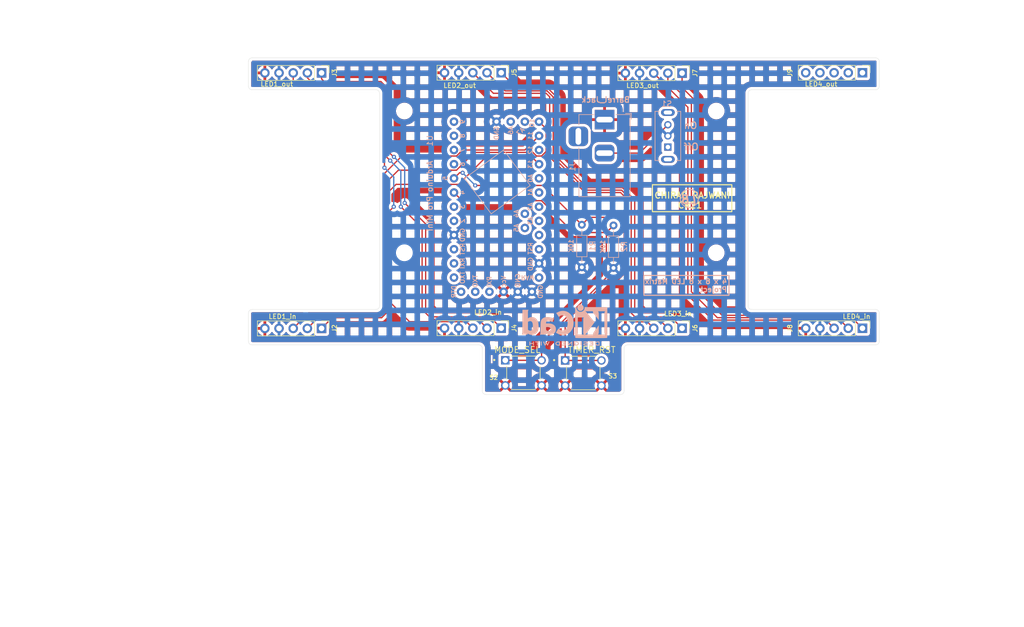
<source format=kicad_pcb>
(kicad_pcb (version 20240108) (generator "pcbnew") (generator_version "8.0")
  (layers (0 "F.Cu" signal) (31 "B.Cu" signal) (34 "B.Paste" user) (35 "F.Paste" user) (36 "B.SilkS" user "B.Silkscreen") (37 "F.SilkS" user "F.Silkscreen") (38 "B.Mask" user) (39 "F.Mask" user) (44 "Edge.Cuts" user))
  (net 0 "")
  (net 1 "Net-(J1-Pad2)")
  (net 2 "/Vcc")
  (net 3 "/CLK0")
  (net 4 "/CS0")
  (net 5 "/DIN0")
  (net 6 "GND")
  (net 7 "/DIN1")
  (net 8 "/CLK1")
  (net 9 "/CS1")
  (net 10 "/CLK2")
  (net 11 "/DIN2")
  (net 12 "/CS2")
  (net 13 "/CLK3")
  (net 14 "/CS3")
  (net 15 "/DIN3")
  (net 21 "/TIMER_RST")
  (net 22 "/MODE_SEL")
  (footprint "MountingHole:MountingHole_2.5mm" (layer "F.Cu") (at 116.84 81.28)
    (property "Reference" "H1" (hide yes))
    (property "Value" "MountingHole" (hide yes))
    (pad "" np_thru_hole circle (at 0 0) (size 2.5 2.5) (drill 2.5) (layers "*.Cu" "*.Mask"))
  )
  (footprint "Connector_PinHeader_2.54mm:PinHeader_1x05_P2.54mm_Vertical" (layer "F.Cu") (at 198.92 120.21 -90)
    (property "Reference" "J8" (at 0 12.992 90) (layer "F.SilkS") (effects (font (size 0.8 0.8))))
    (property "Value" "LED4_in" (at -2.1 1.054 180) (layer "F.SilkS") (effects (font (size 0.85 0.85))))
    (pad "1" thru_hole rect (at 0 0 270) (size 1.7 1.7) (drill 1) (layers "*.Cu" "*.Mask") (net 13 "/CLK3"))
    (pad "2" thru_hole oval (at 0 2.54 270) (size 1.7 1.7) (drill 1) (layers "*.Cu" "*.Mask") (net 14 "/CS3"))
    (pad "3" thru_hole oval (at 0 5.08 270) (size 1.7 1.7) (drill 1) (layers "*.Cu" "*.Mask") (net 15 "/DIN3"))
    (pad "4" thru_hole oval (at 0 7.62 270) (size 1.7 1.7) (drill 1) (layers "*.Cu" "*.Mask") (net 6 "GND"))
    (pad "5" thru_hole oval (at 0 10.16 270) (size 1.7 1.7) (drill 1) (layers "*.Cu" "*.Mask") (net 2 "/Vcc"))
  )
  (footprint "Connector_PinHeader_2.54mm:PinHeader_1x05_P2.54mm_Vertical" (layer "F.Cu") (at 166.6 120.21 -90)
    (property "Reference" "J6" (at 0 -2.33 90) (layer "F.SilkS") (effects (font (size 0.8 0.8))))
    (property "Value" "LED3_in" (at -2.608 0.738 180) (layer "F.SilkS") (effects (font (size 0.85 0.85))))
    (pad "1" thru_hole rect (at 0 0 270) (size 1.7 1.7) (drill 1) (layers "*.Cu" "*.Mask") (net 10 "/CLK2"))
    (pad "2" thru_hole oval (at 0 2.54 270) (size 1.7 1.7) (drill 1) (layers "*.Cu" "*.Mask") (net 12 "/CS2"))
    (pad "3" thru_hole oval (at 0 5.08 270) (size 1.7 1.7) (drill 1) (layers "*.Cu" "*.Mask") (net 11 "/DIN2"))
    (pad "4" thru_hole oval (at 0 7.62 270) (size 1.7 1.7) (drill 1) (layers "*.Cu" "*.Mask") (net 6 "GND"))
    (pad "5" thru_hole oval (at 0 10.16 270) (size 1.7 1.7) (drill 1) (layers "*.Cu" "*.Mask") (net 2 "/Vcc"))
  )
  (footprint "MountingHole:MountingHole_2.5mm" (layer "F.Cu") (at 172.72 81.28)
    (property "Reference" "H3" (hide yes))
    (property "Value" "MountingHole" (hide yes))
    (pad "" np_thru_hole circle (at 0 0) (size 2.5 2.5) (drill 2.5) (layers "*.Cu" "*.Mask"))
  )
  (footprint "Connector_PinHeader_2.54mm:PinHeader_1x05_P2.54mm_Vertical" (layer "F.Cu") (at 198.92 74.42 -90)
    (property "Reference" "J9" (at 0.002 12.992 90) (layer "F.SilkS") (effects (font (size 0.8 0.8))))
    (property "Value" "LED4_out" (at 2.034 7.404 180) (layer "F.SilkS") (effects (font (size 0.85 0.85))))
    (pad "1" thru_hole rect (at 0 0 270) (size 1.7 1.7) (drill 1) (layers "*.Cu" "*.Mask"))
    (pad "2" thru_hole oval (at 0 2.54 270) (size 1.7 1.7) (drill 1) (layers "*.Cu" "*.Mask"))
    (pad "3" thru_hole oval (at 0 5.08 270) (size 1.7 1.7) (drill 1) (layers "*.Cu" "*.Mask"))
    (pad "4" thru_hole oval (at 0 7.62 270) (size 1.7 1.7) (drill 1) (layers "*.Cu" "*.Mask"))
    (pad "5" thru_hole oval (at 0 10.16 270) (size 1.7 1.7) (drill 1) (layers "*.Cu" "*.Mask"))
  )
  (footprint "Connector_PinHeader_2.54mm:PinHeader_1x05_P2.54mm_Vertical" (layer "F.Cu") (at 166.6 74.49 -90)
    (property "Reference" "J7" (at 0 -2.33 90) (layer "F.SilkS") (effects (font (size 0.8 0.8))))
    (property "Value" "LED3_out" (at 2.218 7.088 180) (layer "F.SilkS") (effects (font (size 0.85 0.85))))
    (pad "1" thru_hole rect (at 0 0 270) (size 1.7 1.7) (drill 1) (layers "*.Cu" "*.Mask") (net 13 "/CLK3"))
    (pad "2" thru_hole oval (at 0 2.54 270) (size 1.7 1.7) (drill 1) (layers "*.Cu" "*.Mask") (net 14 "/CS3"))
    (pad "3" thru_hole oval (at 0 5.08 270) (size 1.7 1.7) (drill 1) (layers "*.Cu" "*.Mask") (net 15 "/DIN3"))
    (pad "4" thru_hole oval (at 0 7.62 270) (size 1.7 1.7) (drill 1) (layers "*.Cu" "*.Mask") (net 6 "GND"))
    (pad "5" thru_hole oval (at 0 10.16 270) (size 1.7 1.7) (drill 1) (layers "*.Cu" "*.Mask") (net 2 "/Vcc"))
  )
  (footprint "MountingHole:MountingHole_2.5mm" (layer "F.Cu") (at 116.84 106.68)
    (property "Reference" "H4" (hide yes))
    (property "Value" "MountingHole" (hide yes))
    (pad "" np_thru_hole circle (at 0 0) (size 2.5 2.5) (drill 2.5) (layers "*.Cu" "*.Mask"))
  )
  (footprint "1825967-1:SW_1825967-1" (layer "F.Cu") (at 138.175 128.2)
    (property "Reference" "S2" (at -5.333 0.832 0) (layer "F.SilkS") (effects (font (size 0.8 0.8))))
    (property "Value" "1825967-1" (hide yes))
    (pad "1" thru_hole rect (at -3.25 -2.25) (size 1.508 1.508) (drill 1) (layers "*.Cu" "*.Mask") (net 22 "/MODE_SEL"))
    (pad "2" thru_hole circle (at 3.25 -2.25) (size 1.508 1.508) (drill 1) (layers "*.Cu" "*.Mask") (net 22 "/MODE_SEL"))
    (pad "3" thru_hole circle (at -3.25 2.25) (size 1.508 1.508) (drill 1) (layers "*.Cu" "*.Mask") (net 2 "/Vcc"))
    (pad "4" thru_hole circle (at 3.25 2.25) (size 1.508 1.508) (drill 1) (layers "*.Cu" "*.Mask") (net 2 "/Vcc"))
  )
  (footprint "Connector_PinHeader_2.54mm:PinHeader_1x05_P2.54mm_Vertical" (layer "F.Cu") (at 134.19 120.19 -90)
    (property "Reference" "J4" (at 0 -2.33 90) (layer "F.SilkS") (effects (font (size 0.8 0.8))))
    (property "Value" "LED2_in" (at -2.842 2.364 180) (layer "F.SilkS") (effects (font (size 0.85 0.85))))
    (pad "1" thru_hole rect (at 0 0 270) (size 1.7 1.7) (drill 1) (layers "*.Cu" "*.Mask") (net 8 "/CLK1"))
    (pad "2" thru_hole oval (at 0 2.54 270) (size 1.7 1.7) (drill 1) (layers "*.Cu" "*.Mask") (net 9 "/CS1"))
    (pad "3" thru_hole oval (at 0 5.08 270) (size 1.7 1.7) (drill 1) (layers "*.Cu" "*.Mask") (net 7 "/DIN1"))
    (pad "4" thru_hole oval (at 0 7.62 270) (size 1.7 1.7) (drill 1) (layers "*.Cu" "*.Mask") (net 6 "GND"))
    (pad "5" thru_hole oval (at 0 10.16 270) (size 1.7 1.7) (drill 1) (layers "*.Cu" "*.Mask") (net 2 "/Vcc"))
  )
  (footprint "Connector_PinHeader_2.54mm:PinHeader_1x05_P2.54mm_Vertical" (layer "F.Cu") (at 102 120.23 -90)
    (property "Reference" "J2" (at 0 -2.33 90) (layer "F.SilkS") (effects (font (size 0.8 0.8))))
    (property "Value" "LED1_in" (at -2.12 7.004 180) (layer "F.SilkS") (effects (font (size 0.85 0.85))))
    (pad "1" thru_hole rect (at 0 0 270) (size 1.7 1.7) (drill 1) (layers "*.Cu" "*.Mask") (net 3 "/CLK0"))
    (pad "2" thru_hole oval (at 0 2.54 270) (size 1.7 1.7) (drill 1) (layers "*.Cu" "*.Mask") (net 4 "/CS0"))
    (pad "3" thru_hole oval (at 0 5.08 270) (size 1.7 1.7) (drill 1) (layers "*.Cu" "*.Mask") (net 5 "/DIN0"))
    (pad "4" thru_hole oval (at 0 7.62 270) (size 1.7 1.7) (drill 1) (layers "*.Cu" "*.Mask") (net 6 "GND"))
    (pad "5" thru_hole oval (at 0 10.16 270) (size 1.7 1.7) (drill 1) (layers "*.Cu" "*.Mask") (net 2 "/Vcc"))
  )
  (footprint "Connector_PinHeader_2.54mm:PinHeader_1x05_P2.54mm_Vertical" (layer "F.Cu") (at 134.19 74.42 -90)
    (property "Reference" "J5" (at 0 -2.33 90) (layer "F.SilkS") (effects (font (size 0.8 0.8))))
    (property "Value" "LED2_out" (at 2.288 7.444 180) (layer "F.SilkS") (effects (font (size 0.85 0.85))))
    (pad "1" thru_hole rect (at 0 0 270) (size 1.7 1.7) (drill 1) (layers "*.Cu" "*.Mask") (net 10 "/CLK2"))
    (pad "2" thru_hole oval (at 0 2.54 270) (size 1.7 1.7) (drill 1) (layers "*.Cu" "*.Mask") (net 12 "/CS2"))
    (pad "3" thru_hole oval (at 0 5.08 270) (size 1.7 1.7) (drill 1) (layers "*.Cu" "*.Mask") (net 11 "/DIN2"))
    (pad "4" thru_hole oval (at 0 7.62 270) (size 1.7 1.7) (drill 1) (layers "*.Cu" "*.Mask") (net 6 "GND"))
    (pad "5" thru_hole oval (at 0 10.16 270) (size 1.7 1.7) (drill 1) (layers "*.Cu" "*.Mask") (net 2 "/Vcc"))
  )
  (footprint "MountingHole:MountingHole_2.5mm" (layer "F.Cu") (at 172.72 106.68)
    (property "Reference" "H2" (hide yes))
    (property "Value" "MountingHole" (hide yes))
    (pad "" np_thru_hole circle (at 0 0) (size 2.5 2.5) (drill 2.5) (layers "*.Cu" "*.Mask"))
  )
  (footprint "1825967-1:SW_1825967-1" (layer "F.Cu") (at 148.9 128.225)
    (property "Reference" "S3" (at 5.278 0.553 0) (layer "F.SilkS") (effects (font (size 0.8 0.8))))
    (property "Value" "1825967-1" (hide yes))
    (pad "1" thru_hole rect (at -3.25 -2.25) (size 1.508 1.508) (drill 1) (layers "*.Cu" "*.Mask") (net 21 "/TIMER_RST"))
    (pad "2" thru_hole circle (at 3.25 -2.25) (size 1.508 1.508) (drill 1) (layers "*.Cu" "*.Mask") (net 21 "/TIMER_RST"))
    (pad "3" thru_hole circle (at -3.25 2.25) (size 1.508 1.508) (drill 1) (layers "*.Cu" "*.Mask") (net 2 "/Vcc"))
    (pad "4" thru_hole circle (at 3.25 2.25) (size 1.508 1.508) (drill 1) (layers "*.Cu" "*.Mask") (net 2 "/Vcc"))
  )
  (footprint "Connector_PinHeader_2.54mm:PinHeader_1x05_P2.54mm_Vertical" (layer "F.Cu") (at 102 74.45 -90)
    (property "Reference" "J3" (at 0 -2.33 90) (layer "F.SilkS") (effects (font (size 0.8 0.8))))
    (property "Value" "LED1_out" (at 2.004 8.02 180) (layer "F.SilkS") (effects (font (size 0.85 0.85))))
    (pad "1" thru_hole rect (at 0 0 270) (size 1.7 1.7) (drill 1) (layers "*.Cu" "*.Mask") (net 8 "/CLK1"))
    (pad "2" thru_hole oval (at 0 2.54 270) (size 1.7 1.7) (drill 1) (layers "*.Cu" "*.Mask") (net 9 "/CS1"))
    (pad "3" thru_hole oval (at 0 5.08 270) (size 1.7 1.7) (drill 1) (layers "*.Cu" "*.Mask") (net 7 "/DIN1"))
    (pad "4" thru_hole oval (at 0 7.62 270) (size 1.7 1.7) (drill 1) (layers "*.Cu" "*.Mask") (net 6 "GND"))
    (pad "5" thru_hole oval (at 0 10.16 270) (size 1.7 1.7) (drill 1) (layers "*.Cu" "*.Mask") (net 2 "/Vcc"))
  )
  (footprint "Resistor_THT:R_Axial_DIN0204_L3.6mm_D1.6mm_P7.62mm_Horizontal" (layer "B.Cu") (at 148.64 109.28 90)
    (property "Reference" "R1" (at 3.81 1.92 270) (layer "B.SilkS") (effects (justify mirror)))
    (property "Value" "10K" (at 3.81 -1.92 270) (layer "B.SilkS") (effects (font (size 0.8 0.8) (thickness 0.18) (bold yes)) (justify mirror)))
    (pad "1" thru_hole circle (at 0 0 90) (size 1.4 1.4) (drill 0.7) (layers "*.Cu" "*.Mask") (net 6 "GND"))
    (pad "2" thru_hole oval (at 7.62 0 90) (size 1.4 1.4) (drill 0.7) (layers "*.Cu" "*.Mask") (net 21 "/TIMER_RST"))
  )
  (footprint "SS12D07VG4:SW_SS12D07VG4" (layer "B.Cu") (at 164.0575 85.74 90)
    (property "Reference" "S1" (at 5.73 -0.2275 0) (layer "B.SilkS") (effects (justify mirror)))
    (property "Value" "SS12D07VG4")
    (pad "1" thru_hole rect (at -2 0 90) (size 1.308 1.308) (drill 0.8) (layers "*.Cu" "*.Mask"))
    (pad "2" thru_hole circle (at 0 0 90) (size 1.308 1.308) (drill 0.8) (layers "*.Cu" "*.Mask") (net 6 "GND"))
    (pad "3" thru_hole circle (at 2 0 90) (size 1.308 1.308) (drill 0.8) (layers "*.Cu" "*.Mask") (net 1 "Net-(J1-Pad2)"))
    (pad "S1" thru_hole oval (at -4.2 0 90) (size 1.23 2.46) (drill oval 0.7 1.5) (layers "*.Cu" "*.Mask"))
    (pad "S2" thru_hole oval (at 4.2 0 90) (size 1.23 2.46) (drill oval 0.7 1.5) (layers "*.Cu" "*.Mask"))
  )
  (footprint "Arduino_Pro_Mini:ArduinoProMiniCustom" (layer "B.Cu") (at 123.19 78.105 -90)
    (property "Reference" "U1" (at 8.509 1.778 90) (layer "B.SilkS") (effects (justify mirror)))
    (property "Value" "ArduinoProMini" (hide yes))
    (fp_text user "RAW" (at 33.02 -15.748 180) (layer "B.SilkS") (effects (font (size 0.8 0.8)) (justify mirror)))
    (fp_text user "A7" (at 6.858 -14.478 45) (layer "B.SilkS") (effects (font (size 0.8 0.8)) (justify mirror)))
    (fp_text user "2" (at 22.86 -4.064 90) (layer "B.SilkS") (effects (font (size 0.8 0.8)) (justify mirror)))
    (fp_text user "5" (at 15.24 -1.016 90) (layer "B.SilkS") (effects (font (size 0.8 0.8)) (justify mirror)))
    (fp_text user "A3" (at 22.86 -16.256 90) (layer "B.SilkS") (effects (font (size 0.8 0.8)) (justify mirror)))
    (fp_text user "GND" (at 30.607 -16.256 90) (layer "B.SilkS") (effects (font (size 0.8 0.8)) (justify mirror)))
    (fp_text user "Arduino Pro Mini" (at 18.415 1.778 90) (layer "B.SilkS") (effects (font (thickness 0.18) (bold yes)) (justify mirror)))
    (fp_text user "RST" (at 27.813 -16.256 90) (layer "B.SilkS") (effects (font (size 0.8 0.8)) (justify mirror)))
    (fp_text user "GND" (at 35.56 -18.034 90) (layer "B.SilkS") (effects (font (size 0.8 0.8)) (justify mirror)))
    (fp_text user "RST" (at 27.94 -4.064 90) (layer "B.SilkS") (effects (font (size 0.8 0.8)) (justify mirror)))
    (fp_text user "8" (at 7.62 -4.064 90) (layer "B.SilkS") (effects (font (size 0.8 0.8)) (justify mirror)))
    (fp_text user "A2" (at 20.32 -16.256 90) (layer "B.SilkS") (effects (font (size 0.8 0.8)) (justify mirror)))
    (fp_text user "A4" (at 21.59 -13.716 90) (layer "B.SilkS") (effects (font (size 0.8 0.8)) (justify mirror)))
    (fp_text user "GND" (at 33.528 -13.97 90) (layer "B.SilkS") (effects (font (size 0.8 0.8)) (justify mirror)))
    (fp_text user "A0" (at 15.24 -16.256 90) (layer "B.SilkS") (effects (font (size 0.8 0.8)) (justify mirror)))
    (fp_text user "11" (at 7.62 -16.256 90) (layer "B.SilkS") (effects (font (size 0.8 0.8)) (justify mirror)))
    (fp_text user "Vcc" (at 33.718476 -11.43 90) (layer "B.SilkS") (effects (font (size 0.8 0.8)) (justify mirror)))
    (fp_text user "12" (at 10.16 -16.256 90) (layer "B.SilkS") (effects (font (size 0.8 0.8)) (justify mirror)))
    (fp_text user "RXI" (at 30.48 -4.064 90) (layer "B.SilkS") (effects (font (size 0.8 0.8)) (justify mirror)))
    (fp_text user "4" (at 17.78 -4.064 90) (layer "B.SilkS") (effects (font (size 0.8 0.8)) (justify mirror)))
    (fp_text user "RXI" (at 33.775619 -8.89 90) (layer "B.SilkS") (effects (font (size 0.8 0.8)) (justify mirror)))
    (fp_text user "DTR" (at 35.56 -2.54 90) (layer "B.SilkS") (effects (font (size 0.8 0.8)) (justify mirror)))
    (fp_text user "6" (at 12.7 -4.064 90) (layer "B.SilkS") (effects (font (size 0.8 0.8)) (justify mirror)))
    (fp_text user "TXO" (at 33.02 -4.064 90) (layer "B.SilkS") (effects (font (size 0.8 0.8)) (justify mirror)))
    (fp_text user "GND" (at 25.4 -4.064 90) (layer "B.SilkS") (effects (font (size 0.8 0.8)) (justify mirror)))
    (fp_text user "A5" (at 24.13 -13.716 90) (layer "B.SilkS") (effects (font (size 0.8 0.8)) (justify mirror)))
    (fp_text user "3" (at 20.32 -4.064 90) (layer "B.SilkS") (effects (font (size 0.8 0.8)) (justify mirror)))
    (fp_text user "A6" (at 6.636589 -12.7 90) (layer "B.SilkS") (effects (font (size 0.8 0.8)) (justify mirror)))
    (fp_text user "13" (at 12.7 -16.256 90) (layer "B.SilkS") (effects (font (size 0.8 0.8)) (justify mirror)))
    (fp_text user "9" (at 5.08 -4.064 90) (layer "B.SilkS") (effects (font (size 0.8 0.8)) (justify mirror)))
    (fp_text user "10" (at 5.334 -16.51 90) (layer "B.SilkS") (effects (font (size 0.8 0.8)) (justify mirror)))
    (fp_text user "7" (at 10.16 -4.064 90) (layer "B.SilkS") (effects (font (size 0.8 0.8)) (justify mirror)))
    (fp_text user "A1" (at 17.78 -16.256 90) (layer "B.SilkS") (effects (font (size 0.8 0.8)) (justify mirror)))
    (fp_text user "TXO" (at 33.642286 -6.35 90) (layer "B.SilkS") (effects (font (size 0.8 0.8)) (justify mirror)))
    (pad "0" thru_hole circle (at 33.02 -2.54 270) (size 1.524 1.524) (drill 0.762) (layers "*.Cu" "*.Mask"))
    (pad "1" thru_hole circle (at 30.48 -2.54 270) (size 1.524 1.524) (drill 0.762) (layers "*.Cu" "*.Mask"))
    (pad "2" thru_hole circle (at 27.94 -2.54 270) (size 1.524 1.524) (drill 0.762) (layers "*.Cu" "*.Mask"))
    (pad "3" thru_hole circle (at 25.4 -2.54 270) (size 1.524 1.524) (drill 0.762) (layers "*.Cu" "*.Mask") (net 6 "GND"))
    (pad "4" thru_hole circle (at 22.86 -2.54 270) (size 1.524 1.524) (drill 0.762) (layers "*.Cu" "*.Mask"))
    (pad "5" thru_hole circle (at 20.32 -2.54 270) (size 1.524 1.524) (drill 0.762) (layers "*.Cu" "*.Mask"))
    (pad "6" thru_hole circle (at 17.78 -2.54 270) (size 1.524 1.524) (drill 0.762) (layers "*.Cu" "*.Mask") (net 22 "/MODE_SEL"))
    (pad "7" thru_hole circle (at 15.24 -2.54 270) (size 1.524 1.524) (drill 0.762) (layers "*.Cu" "*.Mask") (net 21 "/TIMER_RST"))
    (pad "8" thru_hole circle (at 12.7 -2.54 270) (size 1.524 1.524) (drill 0.762) (layers "*.Cu" "*.Mask"))
    (pad "9" thru_hole circle (at 10.16 -2.54 270) (size 1.524 1.524) (drill 0.762) (layers "*.Cu" "*.Mask"))
    (pad "10" thru_hole circle (at 7.62 -2.54 270) (size 1.524 1.524) (drill 0.762) (layers "*.Cu" "*.Mask"))
    (pad "11" thru_hole circle (at 5.08 -2.54 270) (size 1.524 1.524) (drill 0.762) (layers "*.Cu" "*.Mask"))
    (pad "12" thru_hole circle (at 5.08 -10.16 270) (size 1.524 1.524) (drill 0.762) (layers "*.Cu" "*.Mask") (net 6 "GND"))
    (pad "13" thru_hole circle (at 5.08 -12.7 270) (size 1.524 1.524) (drill 0.762) (layers "*.Cu" "*.Mask"))
    (pad "14" thru_hole circle (at 5.08 -15.24 270) (size 1.524 1.524) (drill 0.762) (layers "*.Cu" "*.Mask"))
    (pad "15" thru_hole circle (at 5.08 -17.78 270) (size 1.524 1.524) (drill 0.762) (layers "*.Cu" "*.Mask") (net 4 "/CS0"))
    (pad "16" thru_hole circle (at 7.62 -17.78 270) (size 1.524 1.524) (drill 0.762) (layers "*.Cu" "*.Mask") (net 5 "/DIN0"))
    (pad "17" thru_hole circle (at 10.16 -17.78 270) (size 1.524 1.524) (drill 0.762) (layers "*.Cu" "*.Mask"))
    (pad "18" thru_hole circle (at 12.7 -17.78 270) (size 1.524 1.524) (drill 0.762) (layers "*.Cu" "*.Mask") (net 3 "/CLK0"))
    (pad "19" thru_hole circle (at 15.24 -17.78 270) (size 1.524 1.524) (drill 0.762) (layers "*.Cu" "*.Mask"))
    (pad "20" thru_hole circle (at 17.78 -17.78 270) (size 1.524 1.524) (drill 0.762) (layers "*.Cu" "*.Mask"))
    (pad "21" thru_hole circle (at 20.32 -17.78 270) (size 1.524 1.524) (drill 0.762) (layers "*.Cu" "*.Mask"))
    (pad "22" thru_hole circle (at 22.86 -17.78 270) (size 1.524 1.524) (drill 0.762) (layers "*.Cu" "*.Mask"))
    (pad "23" thru_hole circle (at 25.4 -17.78 270) (size 1.524 1.524) (drill 0.762) (layers "*.Cu" "*.Mask"))
    (pad "24" thru_hole circle (at 27.94 -17.78 270) (size 1.524 1.524) (drill 0.762) (layers "*.Cu" "*.Mask"))
    (pad "25" thru_hole circle (at 30.48 -17.78 270) (size 1.524 1.524) (drill 0.762) (layers "*.Cu" "*.Mask") (net 6 "GND"))
    (pad "26" thru_hole circle (at 33.02 -17.78 270) (size 1.524 1.524) (drill 0.762) (layers "*.Cu" "*.Mask"))
    (pad "27" thru_hole circle (at 35.56 -16.51 270) (size 1.524 1.524) (drill 0.762) (layers "*.Cu" "*.Mask") (net 6 "GND"))
    (pad "28" thru_hole circle (at 35.56 -13.97 270) (size 1.524 1.524) (drill 0.762) (layers "*.Cu" "*.Mask") (net 6 "GND"))
    (pad "29" thru_hole circle (at 35.56 -11.43 270) (size 1.524 1.524) (drill 0.762) (layers "*.Cu" "*.Mask") (net 2 "/Vcc"))
    (pad "30" thru_hole circle (at 35.56 -8.89 270) (size 1.524 1.524) (drill 0.762) (layers "*.Cu" "*.Mask"))
    (pad "31" thru_hole circle (at 35.56 -6.35 270) (size 1.524 1.524) (drill 0.762) (layers "*.Cu" "*.Mask"))
    (pad "32" thru_hole circle (at 35.56 -3.81 270) (size 1.524 1.524) (drill 0.762) (layers "*.Cu" "*.Mask"))
    (pad "33" thru_hole circle (at 21.59 -15.24 270) (size 1.524 1.524) (drill 0.762) (layers "*.Cu" "*.Mask"))
    (pad "34" thru_hole circle (at 24.13 -15.24 270) (size 1.524 1.524) (drill 0.762) (layers "*.Cu" "*.Mask"))
  )
  (footprint "Symbol:KiCad-Logo2_6mm_SilkScreen" (layer "B.Cu") (at 145.542 118.938848 180)
    (property "Reference" "REF**" (hide yes))
    (property "Value" "KiCad-Logo2_6mm_SilkScreen" (hide yes))
  )
  (footprint "Connector_BarrelJack:BarrelJack_Horizontal" (layer "B.Cu") (at 152.7125 82.82 90)
    (property "Reference" "J1" (at -8.45 -5.75 270) (layer "B.SilkS") (effects (justify mirror)))
    (property "Value" "Barrel_Jack" (at 3.572 0.1955 0) (layer "B.SilkS") (effects (font (thickness 0.2) (bold yes)) (justify mirror)))
    (pad "1" thru_hole rect (at 0 0 90) (size 3.5 3.5) (drill oval 1 3) (layers "*.Cu" "*.Mask") (net 2 "/Vcc"))
    (pad "2" thru_hole roundrect (at -6 0 90) (size 3 3.5) (drill oval 1 3) (layers "*.Cu" "*.Mask") (net 1 "Net-(J1-Pad2)"))
    (pad "3" thru_hole roundrect (at -3 -4.7 90) (size 3.5 3.5) (drill oval 3 1) (layers "*.Cu" "*.Mask"))
  )
  (footprint "Resistor_THT:R_Axial_DIN0204_L3.6mm_D1.6mm_P7.62mm_Horizontal" (layer "B.Cu") (at 154.31 109.4 90)
    (property "Reference" "R2" (at 3.81 1.92 270) (layer "B.SilkS") (effects (justify mirror)))
    (property "Value" "10K" (at 3.81 -1.92 270) (layer "B.SilkS") (effects (font (size 0.8 0.8) (thickness 0.18) (bold yes)) (justify mirror)))
    (pad "1" thru_hole circle (at 0 0 90) (size 1.4 1.4) (drill 0.7) (layers "*.Cu" "*.Mask") (net 6 "GND"))
    (pad "2" thru_hole oval (at 7.62 0 90) (size 1.4 1.4) (drill 0.7) (layers "*.Cu" "*.Mask") (net 22 "/MODE_SEL"))
  )
  (gr_rect (start 159.766 110.744) (end 175.006 114.3) (stroke (width 0.2)) (fill none) (layer "B.SilkS"))
  (gr_circle (center 167.894 96.925606) (end 169.520394 96.925606) (stroke (width 0.16)) (fill none) (layer "B.SilkS"))
  (gr_rect (start 161.29 94.488) (end 175.514 99.314) (stroke (width 0.2)) (fill none) (layer "F.SilkS"))
  (gr_arc (start 201.93 122.555) (mid 201.744013 123.004013) (end 201.295 123.19) (stroke (width 0.05)) (layer "Edge.Cuts"))
  (gr_line (start 201.93 76.835) (end 201.93 72.39) (stroke (width 0.05)) (layer "Edge.Cuts"))
  (gr_arc (start 201.295 116.84) (mid 201.744013 117.025987) (end 201.93 117.475) (stroke (width 0.05)) (layer "Edge.Cuts"))
  (gr_line (start 178.435 116.205) (end 178.435 78.105) (stroke (width 0.05)) (layer "Edge.Cuts"))
  (gr_line (start 89.535 77.47) (end 111.76 77.47) (stroke (width 0.05)) (layer "Edge.Cuts"))
  (gr_line (start 201.295 116.84) (end 179.07 116.84) (stroke (width 0.05)) (layer "Edge.Cuts"))
  (gr_line (start 156.21 131.445) (end 156.21 123.825) (stroke (width 0.05)) (layer "Edge.Cuts"))
  (gr_arc (start 88.9 117.475) (mid 89.085987 117.025987) (end 89.535 116.84) (stroke (width 0.05)) (layer "Edge.Cuts"))
  (gr_arc (start 156.21 131.445) (mid 156.024013 131.894013) (end 155.575 132.08) (stroke (width 0.05)) (layer "Edge.Cuts"))
  (gr_arc (start 179.07 116.84) (mid 178.620987 116.654013) (end 178.435 116.205) (stroke (width 0.05)) (layer "Edge.Cuts"))
  (gr_line (start 130.81 123.825) (end 130.81 131.445) (stroke (width 0.05)) (layer "Edge.Cuts"))
  (gr_line (start 201.295 71.755) (end 200.025 71.755) (stroke (width 0.05)) (layer "Edge.Cuts"))
  (gr_line (start 89.535 123.19) (end 130.175 123.19) (stroke (width 0.05)) (layer "Edge.Cuts"))
  (gr_arc (start 89.535 123.19) (mid 89.085987 123.004013) (end 88.9 122.555) (stroke (width 0.05)) (layer "Edge.Cuts"))
  (gr_line (start 111.76 116.84) (end 89.535 116.84) (stroke (width 0.05)) (layer "Edge.Cuts"))
  (gr_arc (start 201.93 76.835) (mid 201.744013 77.284013) (end 201.295 77.47) (stroke (width 0.05)) (layer "Edge.Cuts"))
  (gr_line (start 201.93 122.555) (end 201.93 117.475) (stroke (width 0.05)) (layer "Edge.Cuts"))
  (gr_arc (start 131.445 132.08) (mid 130.995987 131.894013) (end 130.81 131.445) (stroke (width 0.05)) (layer "Edge.Cuts"))
  (gr_arc (start 111.76 77.47) (mid 112.209013 77.655987) (end 112.395 78.105) (stroke (width 0.05)) (layer "Edge.Cuts"))
  (gr_line (start 156.845 123.19) (end 201.295 123.19) (stroke (width 0.05)) (layer "Edge.Cuts"))
  (gr_line (start 112.395 78.105) (end 112.395 116.205) (stroke (width 0.05)) (layer "Edge.Cuts"))
  (gr_arc (start 89.535 77.47) (mid 89.085987 77.284013) (end 88.9 76.835) (stroke (width 0.05)) (layer "Edge.Cuts"))
  (gr_arc (start 178.435 78.105) (mid 178.620987 77.655987) (end 179.07 77.47) (stroke (width 0.05)) (layer "Edge.Cuts"))
  (gr_arc (start 130.175 123.19) (mid 130.624013 123.375987) (end 130.81 123.825) (stroke (width 0.05)) (layer "Edge.Cuts"))
  (gr_arc (start 201.295 71.755) (mid 201.744013 71.940987) (end 201.93 72.39) (stroke (width 0.05)) (layer "Edge.Cuts"))
  (gr_arc (start 88.9 72.39) (mid 89.085987 71.940987) (end 89.535 71.755) (stroke (width 0.05)) (layer "Edge.Cuts"))
  (gr_line (start 88.9 117.475) (end 88.9 122.555) (stroke (width 0.05)) (layer "Edge.Cuts"))
  (gr_line (start 179.07 77.47) (end 201.295 77.47) (stroke (width 0.05)) (layer "Edge.Cuts"))
  (gr_line (start 131.445 132.08) (end 155.575 132.08) (stroke (width 0.05)) (layer "Edge.Cuts"))
  (gr_arc (start 112.395 116.205) (mid 112.209013 116.654013) (end 111.76 116.84) (stroke (width 0.05)) (layer "Edge.Cuts"))
  (gr_arc (start 156.21 123.825) (mid 156.395987 123.375987) (end 156.845 123.19) (stroke (width 0.05)) (layer "Edge.Cuts"))
  (gr_line (start 88.9 72.39) (end 88.9 76.835) (stroke (width 0.05)) (layer "Edge.Cuts"))
  (gr_line (start 200.025 71.755) (end 89.535 71.755) (stroke (width 0.05)) (layer "Edge.Cuts"))
  (gr_text "On" (at 169.418 84.582 0) (layer "B.SilkS") (effects (font (size 1.2 1.2) (thickness 0.2) (bold yes)) (justify left bottom mirror)))
  (gr_text "GND" (at 133.35 85.236827 90) (layer "B.SilkS") (effects (font (size 0.8 0.8)) (justify mirror)))
  (gr_text "Off" (at 169.672 88.392 0) (layer "B.SilkS") (effects (font (size 1.2 1.2) (thickness 0.2) (bold yes)) (justify left bottom mirror)))
  (gr_text "4 x 8 x 8 LED Matrix \nProject" (at 174.752 113.792 0) (layer "B.SilkS") (effects (font (size 0.9 0.9) (thickness 0.2) (bold yes)) (justify left bottom mirror)))
  (gr_text "LB" (at 169.418 98.044 0) (layer "B.SilkS") (effects (font (size 1.5 1.5) (thickness 0.3) (bold yes) (italic yes)) (justify left bottom mirror)))
  (gr_text "CHIRAG RAJWANI\n     CR21" (at 161.544 98.806 0) (layer "F.SilkS") (effects (font (size 1.1 1.1) (thickness 0.2) (bold yes)) (justify left bottom)))
  (gr_text "TIMER_RST" (at 146.05 124.714 0) (layer "F.SilkS") (effects (font (size 1.1 1.1)) (justify left bottom)))
  (gr_text "MODE_SEL" (at 132.842 124.714 0) (layer "F.SilkS") (effects (font (size 1.1 1.1)) (justify left bottom)))
  (segment (start 152.7125 88.82) (end 158.9775 88.82) (width 0.23) (layer "F.Cu") (net 1))
  (segment (start 158.9775 88.82) (end 164.0575 83.74) (width 0.23) (layer "F.Cu") (net 1))
  (segment (start 102 120.23) (end 103.915 118.315) (width 0.23) (layer "F.Cu") (net 3))
  (segment (start 115.353 94.422) (end 126.558 94.422) (width 0.23) (layer "F.Cu") (net 3))
  (segment (start 131.445 89.535) (end 139.7 89.535) (width 0.23) (layer "F.Cu") (net 3))
  (segment (start 139.7 89.535) (end 140.97 90.805) (width 0.23) (layer "F.Cu") (net 3))
  (segment (start 126.558 94.422) (end 131.445 89.535) (width 0.23) (layer "F.Cu") (net 3))
  (segment (start 103.915 118.315) (end 112.771224 118.315) (width 0.23) (layer "F.Cu") (net 3))
  (segment (start 112.771224 118.315) (end 113.89 117.196224) (width 0.23) (layer "F.Cu") (net 3))
  (segment (start 113.89 117.196224) (end 113.89 95.885) (width 0.23) (layer "F.Cu") (net 3))
  (segment (start 113.89 95.885) (end 115.353 94.422) (width 0.23) (layer "F.Cu") (net 3))
  (segment (start 142.24 84.455) (end 140.97 83.185) (width 0.23) (layer "F.Cu") (net 4))
  (segment (start 140.523891 89.342) (end 141.416109 89.342) (width 0.23) (layer "F.Cu") (net 4))
  (segment (start 141.416109 89.342) (end 142.24 88.518109) (width 0.23) (layer "F.Cu") (net 4))
  (segment (start 113.46 117.018112) (end 113.46 94.185) (width 0.23) (layer "F.Cu") (net 4))
  (segment (start 112.593112 117.885) (end 113.46 117.018112) (width 0.23) (layer "F.Cu") (net 4))
  (segment (start 99.46 120.23) (end 101.805 117.885) (width 0.23) (layer "F.Cu") (net 4))
  (segment (start 101.805 117.885) (end 112.593112 117.885) (width 0.23) (layer "F.Cu") (net 4))
  (segment (start 115.763 91.882) (end 126.176109 91.882) (width 0.23) (layer "F.Cu") (net 4))
  (segment (start 126.176109 91.882) (end 129.363109 88.695) (width 0.23) (layer "F.Cu") (net 4))
  (segment (start 129.363109 88.695) (end 139.876891 88.695) (width 0.23) (layer "F.Cu") (net 4))
  (segment (start 139.876891 88.695) (end 140.523891 89.342) (width 0.23) (layer "F.Cu") (net 4))
  (segment (start 113.46 94.185) (end 115.763 91.882) (width 0.23) (layer "F.Cu") (net 4))
  (segment (start 142.24 88.518109) (end 142.24 84.455) (width 0.23) (layer "F.Cu") (net 4))
  (segment (start 138.43 88.265) (end 140.97 85.725) (width 0.23) (layer "F.Cu") (net 5))
  (segment (start 99.695 117.455) (end 112.415 117.455) (width 0.23) (layer "F.Cu") (net 5))
  (segment (start 116.398 89.342) (end 126.176109 89.342) (width 0.23) (layer "F.Cu") (net 5))
  (segment (start 113.03 92.71) (end 116.398 89.342) (width 0.23) (layer "F.Cu") (net 5))
  (segment (start 126.176109 89.342) (end 127.253109 88.265) (width 0.23) (layer "F.Cu") (net 5))
  (segment (start 112.415 117.455) (end 113.03 116.84) (width 0.23) (layer "F.Cu") (net 5))
  (segment (start 96.92 120.23) (end 99.695 117.455) (width 0.23) (layer "F.Cu") (net 5))
  (segment (start 113.03 116.84) (end 113.03 92.71) (width 0.23) (layer "F.Cu") (net 5))
  (segment (start 127.253109 88.265) (end 138.43 88.265) (width 0.23) (layer "F.Cu") (net 5))
  (segment (start 96.92 75.965) (end 97.81 76.855) (width 0.23) (layer "F.Cu") (net 7))
  (segment (start 114.935 98.425) (end 114.32 99.04) (width 0.23) (layer "F.Cu") (net 7))
  (segment (start 113.27 77.844004) (end 113.27 91.44) (width 0.23) (layer "F.Cu") (net 7))
  (segment (start 114.32 99.04) (end 114.32 115.59) (width 0.23) (layer "F.Cu") (net 7))
  (segment (start 117.755 119.025) (end 127.945 119.025) (width 0.23) (layer "F.Cu") (net 7))
  (segment (start 96.92 74.45) (end 96.92 75.965) (width 0.23) (layer "F.Cu") (net 7))
  (segment (start 97.81 76.855) (end 112.280996 76.855) (width 0.23) (layer "F.Cu") (net 7))
  (segment (start 114.32 115.59) (end 117.755 119.025) (width 0.23) (layer "F.Cu") (net 7))
  (segment (start 112.280996 76.855) (end 113.27 77.844004) (width 0.23) (layer "F.Cu") (net 7))
  (segment (start 127.945 119.025) (end 129.11 120.19) (width 0.23) (layer "F.Cu") (net 7))
  (via (at 113.27 91.44) (size 0.75) (drill 0.35) (layers "F.Cu" "B.Cu") (net 7))
  (via (at 114.935 98.425) (size 0.75) (drill 0.35) (layers "F.Cu" "B.Cu") (net 7))
  (segment (start 114.935 93.105) (end 114.935 98.425) (width 0.23) (layer "B.Cu") (net 7))
  (segment (start 113.27 91.44) (end 114.935 93.105) (width 0.23) (layer "B.Cu") (net 7))
  (segment (start 112.63722 75.995) (end 114.3 77.65778) (width 0.23) (layer "F.Cu") (net 8))
  (segment (start 102 74.45) (end 102 75.53) (width 0.23) (layer "F.Cu") (net 8))
  (segment (start 102 75.53) (end 102.465 75.995) (width 0.23) (layer "F.Cu") (net 8))
  (segment (start 102.87 75.995) (end 112.63722 75.995) (width 0.23) (layer "F.Cu") (net 8))
  (segment (start 116.895 97.753247) (end 120.65 101.508247) (width 0.23) (layer "F.Cu") (net 8))
  (segment (start 114.3 88.9) (end 114.898247 89.498247) (width 0.23) (layer "F.Cu") (net 8))
  (segment (start 102.465 75.995) (end 102.87 75.995) (width 0.23) (layer "F.Cu") (net 8))
  (segment (start 114.3 77.65778) (end 114.3 88.9) (width 0.23) (layer "F.Cu") (net 8))
  (segment (start 114.898247 89.498247) (end 114.971753 89.498247) (width 0.23) (layer "F.Cu") (net 8))
  (segment (start 120.65 116.84) (end 121.975 118.165) (width 0.23) (layer "F.Cu") (net 8))
  (segment (start 120.65 101.508247) (end 120.65 116.84) (width 0.23) (layer "F.Cu") (net 8))
  (segment (start 121.975 118.165) (end 132.165 118.165) (width 0.23) (layer "F.Cu") (net 8))
  (segment (start 132.165 118.165) (end 134.19 120.19) (width 0.23) (layer "F.Cu") (net 8))
  (via (at 114.971753 89.498247) (size 0.75) (drill 0.35) (layers "F.Cu" "B.Cu") (net 8))
  (via (at 116.895 97.753247) (size 0.75) (drill 0.35) (layers "F.Cu" "B.Cu") (net 8))
  (segment (start 114.971753 89.498247) (end 116.895 91.421494) (width 0.23) (layer "B.Cu") (net 8))
  (segment (start 116.895 91.421494) (end 116.895 97.753247) (width 0.23) (layer "B.Cu") (net 8))
  (segment (start 120.015 102.235) (end 120.015 116.84) (width 0.23) (layer "F.Cu") (net 9))
  (segment (start 99.46 75.33) (end 100.555 76.425) (width 0.23) (layer "F.Cu") (net 9))
  (segment (start 121.77 118.595) (end 130.055 118.595) (width 0.23) (layer "F.Cu") (net 9))
  (segment (start 112.459108 76.425) (end 113.7 77.665892) (width 0.23) (layer "F.Cu") (net 9))
  (segment (start 120.015 116.84) (end 121.77 118.595) (width 0.23) (layer "F.Cu") (net 9))
  (segment (start 116.205 98.425) (end 120.015 102.235) (width 0.23) (layer "F.Cu") (net 9))
  (segment (start 113.7 89.57) (end 114.3 90.17) (width 0.23) (layer "F.Cu") (net 9))
  (segment (start 99.46 74.45) (end 99.46 75.33) (width 0.23) (layer "F.Cu") (net 9))
  (segment (start 100.555 76.425) (end 112.459108 76.425) (width 0.23) (layer "F.Cu") (net 9))
  (segment (start 130.055 118.595) (end 131.65 120.19) (width 0.23) (layer "F.Cu") (net 9))
  (segment (start 113.7 77.665892) (end 113.7 89.57) (width 0.23) (layer "F.Cu") (net 9))
  (via (at 114.3 90.17) (size 0.75) (drill 0.35) (layers "F.Cu" "B.Cu") (net 9))
  (via (at 116.205 98.425) (size 0.75) (drill 0.35) (layers "F.Cu" "B.Cu") (net 9))
  (segment (start 116.205 92.075) (end 116.205 98.425) (width 0.23) (layer "B.Cu") (net 9))
  (segment (start 114.3 90.17) (end 116.205 92.075) (width 0.23) (layer "B.Cu") (net 9))
  (segment (start 149.635 95.025) (end 155.931224 95.025) (width 0.23) (layer "F.Cu") (net 10))
  (segment (start 155.931224 95.025) (end 158.115 97.208776) (width 0.23) (layer "F.Cu") (net 10))
  (segment (start 144.145 89.535) (end 149.635 95.025) (width 0.23) (layer "F.Cu") (net 10))
  (segment (start 158.115 116.84) (end 159.46 118.185) (width 0.23) (layer "F.Cu") (net 10))
  (segment (start 144.145 78.793776) (end 144.145 89.535) (width 0.23) (layer "F.Cu") (net 10))
  (segment (start 158.115 97.208776) (end 158.115 116.84) (width 0.23) (layer "F.Cu") (net 10))
  (segment (start 142.596224 77.245) (end 144.145 78.793776) (width 0.23) (layer "F.Cu") (net 10))
  (segment (start 159.46 118.185) (end 164.575 118.185) (width 0.23) (layer "F.Cu") (net 10))
  (segment (start 164.575 118.185) (end 166.6 120.21) (width 0.23) (layer "F.Cu") (net 10))
  (segment (start 137.015 77.245) (end 142.596224 77.245) (width 0.23) (layer "F.Cu") (net 10))
  (segment (start 134.19 74.42) (end 137.015 77.245) (width 0.23) (layer "F.Cu") (net 10))
  (segment (start 142.875 78.74) (end 142.875 89.535) (width 0.23) (layer "F.Cu") (net 11))
  (segment (start 142.24 78.105) (end 142.875 78.74) (width 0.23) (layer "F.Cu") (net 11))
  (segment (start 160.355 119.045) (end 161.52 120.21) (width 0.23) (layer "F.Cu") (net 11))
  (segment (start 129.11 74.42) (end 132.795 78.105) (width 0.23) (layer "F.Cu") (net 11))
  (segment (start 142.875 89.535) (end 149.225 95.885) (width 0.23) (layer "F.Cu") (net 11))
  (segment (start 156.845 97.155) (end 156.845 118.11) (width 0.23) (layer "F.Cu") (net 11))
  (segment (start 149.225 95.885) (end 155.575 95.885) (width 0.23) (layer "F.Cu") (net 11))
  (segment (start 156.845 118.11) (end 157.78 119.045) (width 0.23) (layer "F.Cu") (net 11))
  (segment (start 157.78 119.045) (end 160.355 119.045) (width 0.23) (layer "F.Cu") (net 11))
  (segment (start 132.795 78.105) (end 142.24 78.105) (width 0.23) (layer "F.Cu") (net 11))
  (segment (start 155.575 95.885) (end 156.845 97.155) (width 0.23) (layer "F.Cu") (net 11))
  (segment (start 157.48 97.181888) (end 157.48 117.475) (width 0.23) (layer "F.Cu") (net 12))
  (segment (start 157.48 117.475) (end 158.62 118.615) (width 0.23) (layer "F.Cu") (net 12))
  (segment (start 162.465 118.615) (end 164.06 120.21) (width 0.23) (layer "F.Cu") (net 12))
  (segment (start 158.62 118.615) (end 162.465 118.615) (width 0.23) (layer "F.Cu") (net 12))
  (segment (start 149.43 95.455) (end 155.753112 95.455) (width 0.23) (layer "F.Cu") (net 12))
  (segment (start 155.753112 95.455) (end 157.48 97.181888) (width 0.23) (layer "F.Cu") (net 12))
  (segment (start 142.418112 77.675) (end 143.51 78.766888) (width 0.23) (layer "F.Cu") (net 12))
  (segment (start 131.65 74.42) (end 134.905 77.675) (width 0.23) (layer "F.Cu") (net 12))
  (segment (start 134.905 77.675) (end 142.418112 77.675) (width 0.23) (layer "F.Cu") (net 12))
  (segment (start 143.51 89.535) (end 149.43 95.455) (width 0.23) (layer "F.Cu") (net 12))
  (segment (start 143.51 78.766888) (end 143.51 89.535) (width 0.23) (layer "F.Cu") (net 12))
  (segment (start 168.91 113.03) (end 173.765 117.885) (width 0.23) (layer "F.Cu") (net 13))
  (segment (start 173.765 117.885) (end 196.595 117.885) (width 0.23) (layer "F.Cu") (net 13))
  (segment (start 166.6 74.49) (end 166.6 77.065) (width 0.23) (layer "F.Cu") (net 13))
  (segment (start 168.91 79.375) (end 168.91 113.03) (width 0.23) (layer "F.Cu") (net 13))
  (segment (start 196.595 117.885) (end 198.92 120.21) (width 0.23) (layer "F.Cu") (net 13))
  (segment (start 166.6 77.065) (end 168.91 79.375) (width 0.23) (layer "F.Cu") (net 13))
  (segment (start 168.275 80.01) (end 168.275 113.665) (width 0.23) (layer "F.Cu") (net 14))
  (segment (start 172.925 118.315) (end 194.485 118.315) (width 0.23) (layer "F.Cu") (net 14))
  (segment (start 164.06 74.49) (end 164.06 75.795) (width 0.23) (layer "F.Cu") (net 14))
  (segment (start 164.06 75.795) (end 168.275 80.01) (width 0.23) (layer "F.Cu") (net 14))
  (segment (start 194.485 118.315) (end 196.38 120.21) (width 0.23) (layer "F.Cu") (net 14))
  (segment (start 168.275 113.665) (end 172.925 118.315) (width 0.23) (layer "F.Cu") (net 14))
  (segment (start 167.64 80.61) (end 167.64 114.3) (width 0.23) (layer "F.Cu") (net 15))
  (segment (start 192.375 118.745) (end 193.84 120.21) (width 0.23) (layer "F.Cu") (net 15))
  (segment (start 172.085 118.745) (end 192.375 118.745) (width 0.23) (layer "F.Cu") (net 15))
  (segment (start 167.64 114.3) (end 172.085 118.745) (width 0.23) (layer "F.Cu") (net 15))
  (segment (start 161.52 74.49) (end 167.64 80.61) (width 0.23) (layer "F.Cu") (net 15))
  (segment (start 145.65 125.975) (end 145.65 119.118112) (width 0.23) (layer "F.Cu") (net 21))
  (segment (start 148.64 101.66) (end 141.595 94.615) (width 0.23) (layer "F.Cu") (net 21))
  (segment (start 156.21 110.49) (end 156.21 101.6) (width 0.23) (layer "F.Cu") (net 21))
  (segment (start 154.94 100.33) (end 149.97 100.33) (width 0.23) (layer "F.Cu") (net 21))
  (segment (start 156.21 101.6) (end 154.94 100.33) (width 0.23) (layer "F.Cu") (net 21))
  (segment (start 126.726348 92.348652) (end 125.73 93.345) (width 0.23) (layer "F.Cu") (net 21))
  (segment (start 153.339056 111.429056) (end 155.270944 111.429056) (width 0.23) (layer "F.Cu") (net 21))
  (segment (start 145.65 125.975) (end 152.15 125.975) (width 0.23) (layer "F.Cu") (net 21))
  (segment (start 149.97 100.33) (end 148.64 101.66) (width 0.23) (layer "F.Cu") (net 21))
  (segment (start 127.273649 92.348652) (end 126.726348 92.348652) (width 0.23) (layer "F.Cu") (net 21))
  (segment (start 145.65 119.118112) (end 153.339056 111.429056) (width 0.23) (layer "F.Cu") (net 21))
  (segment (start 141.595 94.615) (end 129.54 94.615) (width 0.23) (layer "F.Cu") (net 21))
  (segment (start 155.270944 111.429056) (end 156.21 110.49) (width 0.23) (layer "F.Cu") (net 21))
  (via (at 129.54 94.615) (size 0.75) (drill 0.35) (layers "F.Cu" "B.Cu") (net 21))
  (via (at 127.273649 92.348652) (size 0.75) (drill 0.35) (layers "F.Cu" "B.Cu") (net 21))
  (segment (start 129.54 94.615) (end 127.273652 92.348652) (width 0.23) (layer "B.Cu") (net 21))
  (segment (start 127.273652 92.348652) (end 127.273649 92.348652) (width 0.23) (layer "B.Cu") (net 21))
  (segment (start 153.035 103.055) (end 147.123109 103.055) (width 0.23) (layer "F.Cu") (net 22))
  (segment (start 141.425 125.95) (end 141.425 122.735) (width 0.23) (layer "F.Cu") (net 22))
  (segment (start 153.035 111.125) (end 153.035 103.055) (width 0.23) (layer "F.Cu") (net 22))
  (segment (start 141.425 125.95) (end 134.925 125.95) (width 0.23) (layer "F.Cu") (net 22))
  (segment (start 147.123109 103.055) (end 141.416109 97.348) (width 0.23) (layer "F.Cu") (net 22))
  (segment (start 141.416109 97.348) (end 127.193 97.348) (width 0.23) (layer "F.Cu") (net 22))
  (segment (start 127.193 97.348) (end 125.73 95.885) (width 0.23) (layer "F.Cu") (net 22))
  (segment (start 153.035 103.055) (end 154.31 101.78) (width 0.23) (layer "F.Cu") (net 22))
  (segment (start 141.425 122.735) (end 153.035 111.125) (width 0.23) (layer "F.Cu") (net 22))
  (zone (net 2) (net_name "/Vcc") (layer "F.Cu") (connect_pads (clearance 0.5)) (min_thickness 0.25) (fill yes (mode hatch) (thermal_gap 0.5) (thermal_bridge_width 0.5) (hatch_thickness 1) (hatch_gap 1.5) (hatch_orientation 0) (hatch_smoothing_level 2) (hatch_smoothing_value 0.1) (hatch_border_algorithm hatch_thickness) (hatch_min_hole_area 0.3))
    (polygon (pts (xy 171.196 72.136) (xy 89.662 72.136) (xy 89.154 72.898) (xy 89.154 76.708) (xy 89.662 77.216) (xy 112.014 77.216) (xy 112.522 77.978) (xy 112.522 116.586) (xy 112.014 117.094) (xy 89.916 117.094) (xy 89.154 117.602) (xy 89.154 122.428) (xy 89.916 122.936) (xy 130.302 122.936) (xy 131.064 123.698) (xy 131.064 131.318) (xy 131.826 131.826) (xy 155.194 131.826) (xy 155.956 131.064) (xy 155.956 123.698) (xy 156.718 122.936) (xy 201.168 122.936) (xy 201.676 122.174) (xy 201.676 117.602) (xy 201.168 117.094) (xy 178.816 117.094) (xy 178.054 116.332) (xy 178.054 78.232) (xy 178.816 77.216) (xy 201.168 77.216) (xy 201.676 76.708) (xy 201.676 72.39) (xy 200.914 71.882)))
  )
  (zone (net 6) (net_name "GND") (layer "B.Cu") (connect_pads (clearance 0.5)) (min_thickness 0.25) (fill yes (mode hatch) (thermal_gap 0.5) (thermal_bridge_width 0.5) (hatch_thickness 1) (hatch_gap 1.5) (hatch_orientation 0) (hatch_smoothing_level 2) (hatch_smoothing_value 0.1) (hatch_border_algorithm hatch_thickness) (hatch_min_hole_area 0.3))
    (polygon (pts (xy 171.196 72.136) (xy 89.662 72.136) (xy 89.154 72.898) (xy 89.154 76.708) (xy 89.662 77.216) (xy 112.014 77.216) (xy 112.522 77.978) (xy 112.522 116.586) (xy 112.014 117.094) (xy 89.916 117.094) (xy 89.154 117.602) (xy 89.154 122.428) (xy 89.916 122.936) (xy 130.302 122.936) (xy 131.064 123.698) (xy 131.064 131.318) (xy 131.826 131.826) (xy 155.194 131.826) (xy 155.956 131.064) (xy 155.956 123.698) (xy 156.718 122.936) (xy 201.168 122.936) (xy 201.676 122.174) (xy 201.676 117.602) (xy 201.168 117.094) (xy 178.816 117.094) (xy 178.054 116.332) (xy 178.054 78.232) (xy 178.816 77.216) (xy 201.168 77.216) (xy 201.676 76.708) (xy 201.676 72.39) (xy 200.914 71.882)))
  )
)
</source>
